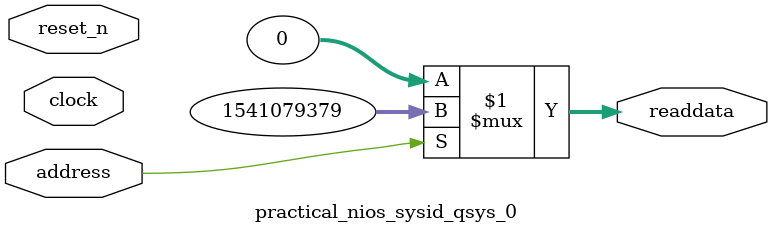
<source format=v>



// synthesis translate_off
`timescale 1ns / 1ps
// synthesis translate_on

// turn off superfluous verilog processor warnings 
// altera message_level Level1 
// altera message_off 10034 10035 10036 10037 10230 10240 10030 

module practical_nios_sysid_qsys_0 (
               // inputs:
                address,
                clock,
                reset_n,

               // outputs:
                readdata
             )
;

  output  [ 31: 0] readdata;
  input            address;
  input            clock;
  input            reset_n;

  wire    [ 31: 0] readdata;
  //control_slave, which is an e_avalon_slave
  assign readdata = address ? 1541079379 : 0;

endmodule



</source>
